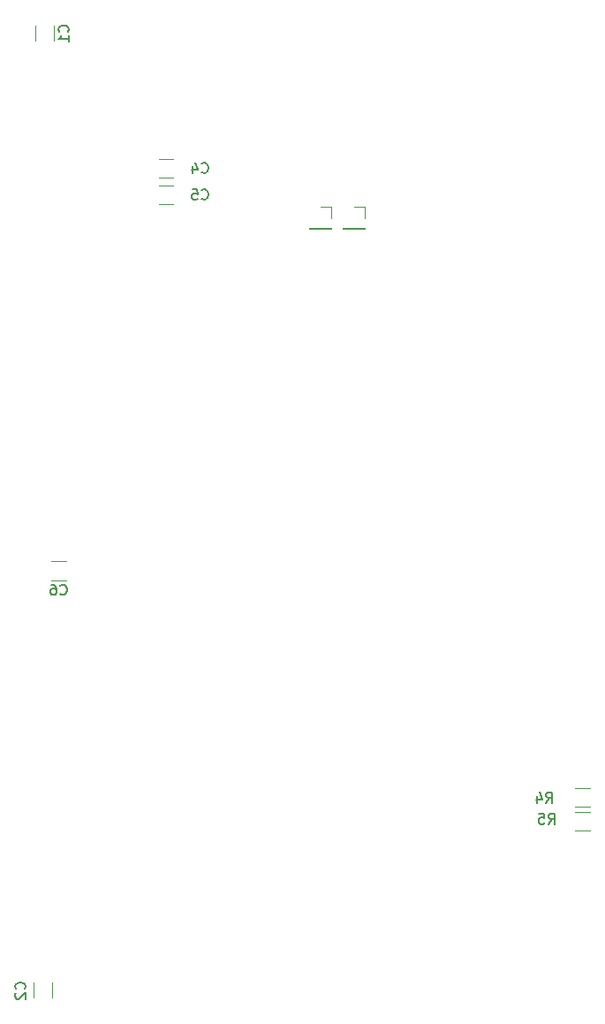
<source format=gbr>
%TF.GenerationSoftware,KiCad,Pcbnew,8.0.5-8.0.5-0~ubuntu22.04.1*%
%TF.CreationDate,2024-10-04T08:27:40+02:00*%
%TF.ProjectId,MOT_SerialBoard,4d4f545f-5365-4726-9961-6c426f617264,rev?*%
%TF.SameCoordinates,Original*%
%TF.FileFunction,Legend,Bot*%
%TF.FilePolarity,Positive*%
%FSLAX46Y46*%
G04 Gerber Fmt 4.6, Leading zero omitted, Abs format (unit mm)*
G04 Created by KiCad (PCBNEW 8.0.5-8.0.5-0~ubuntu22.04.1) date 2024-10-04 08:27:40*
%MOMM*%
%LPD*%
G01*
G04 APERTURE LIST*
%ADD10C,0.150000*%
%ADD11C,0.120000*%
G04 APERTURE END LIST*
D10*
X87076780Y-145684533D02*
X87124400Y-145636914D01*
X87124400Y-145636914D02*
X87172019Y-145494057D01*
X87172019Y-145494057D02*
X87172019Y-145398819D01*
X87172019Y-145398819D02*
X87124400Y-145255962D01*
X87124400Y-145255962D02*
X87029161Y-145160724D01*
X87029161Y-145160724D02*
X86933923Y-145113105D01*
X86933923Y-145113105D02*
X86743447Y-145065486D01*
X86743447Y-145065486D02*
X86600590Y-145065486D01*
X86600590Y-145065486D02*
X86410114Y-145113105D01*
X86410114Y-145113105D02*
X86314876Y-145160724D01*
X86314876Y-145160724D02*
X86219638Y-145255962D01*
X86219638Y-145255962D02*
X86172019Y-145398819D01*
X86172019Y-145398819D02*
X86172019Y-145494057D01*
X86172019Y-145494057D02*
X86219638Y-145636914D01*
X86219638Y-145636914D02*
X86267257Y-145684533D01*
X86267257Y-146065486D02*
X86219638Y-146113105D01*
X86219638Y-146113105D02*
X86172019Y-146208343D01*
X86172019Y-146208343D02*
X86172019Y-146446438D01*
X86172019Y-146446438D02*
X86219638Y-146541676D01*
X86219638Y-146541676D02*
X86267257Y-146589295D01*
X86267257Y-146589295D02*
X86362495Y-146636914D01*
X86362495Y-146636914D02*
X86457733Y-146636914D01*
X86457733Y-146636914D02*
X86600590Y-146589295D01*
X86600590Y-146589295D02*
X87172019Y-146017867D01*
X87172019Y-146017867D02*
X87172019Y-146636914D01*
X137066666Y-127839819D02*
X137399999Y-127363628D01*
X137638094Y-127839819D02*
X137638094Y-126839819D01*
X137638094Y-126839819D02*
X137257142Y-126839819D01*
X137257142Y-126839819D02*
X137161904Y-126887438D01*
X137161904Y-126887438D02*
X137114285Y-126935057D01*
X137114285Y-126935057D02*
X137066666Y-127030295D01*
X137066666Y-127030295D02*
X137066666Y-127173152D01*
X137066666Y-127173152D02*
X137114285Y-127268390D01*
X137114285Y-127268390D02*
X137161904Y-127316009D01*
X137161904Y-127316009D02*
X137257142Y-127363628D01*
X137257142Y-127363628D02*
X137638094Y-127363628D01*
X136209523Y-127173152D02*
X136209523Y-127839819D01*
X136447618Y-126792200D02*
X136685713Y-127506485D01*
X136685713Y-127506485D02*
X136066666Y-127506485D01*
X104052666Y-69955580D02*
X104100285Y-70003200D01*
X104100285Y-70003200D02*
X104243142Y-70050819D01*
X104243142Y-70050819D02*
X104338380Y-70050819D01*
X104338380Y-70050819D02*
X104481237Y-70003200D01*
X104481237Y-70003200D02*
X104576475Y-69907961D01*
X104576475Y-69907961D02*
X104624094Y-69812723D01*
X104624094Y-69812723D02*
X104671713Y-69622247D01*
X104671713Y-69622247D02*
X104671713Y-69479390D01*
X104671713Y-69479390D02*
X104624094Y-69288914D01*
X104624094Y-69288914D02*
X104576475Y-69193676D01*
X104576475Y-69193676D02*
X104481237Y-69098438D01*
X104481237Y-69098438D02*
X104338380Y-69050819D01*
X104338380Y-69050819D02*
X104243142Y-69050819D01*
X104243142Y-69050819D02*
X104100285Y-69098438D01*
X104100285Y-69098438D02*
X104052666Y-69146057D01*
X103147904Y-69050819D02*
X103624094Y-69050819D01*
X103624094Y-69050819D02*
X103671713Y-69527009D01*
X103671713Y-69527009D02*
X103624094Y-69479390D01*
X103624094Y-69479390D02*
X103528856Y-69431771D01*
X103528856Y-69431771D02*
X103290761Y-69431771D01*
X103290761Y-69431771D02*
X103195523Y-69479390D01*
X103195523Y-69479390D02*
X103147904Y-69527009D01*
X103147904Y-69527009D02*
X103100285Y-69622247D01*
X103100285Y-69622247D02*
X103100285Y-69860342D01*
X103100285Y-69860342D02*
X103147904Y-69955580D01*
X103147904Y-69955580D02*
X103195523Y-70003200D01*
X103195523Y-70003200D02*
X103290761Y-70050819D01*
X103290761Y-70050819D02*
X103528856Y-70050819D01*
X103528856Y-70050819D02*
X103624094Y-70003200D01*
X103624094Y-70003200D02*
X103671713Y-69955580D01*
X137291666Y-129879819D02*
X137624999Y-129403628D01*
X137863094Y-129879819D02*
X137863094Y-128879819D01*
X137863094Y-128879819D02*
X137482142Y-128879819D01*
X137482142Y-128879819D02*
X137386904Y-128927438D01*
X137386904Y-128927438D02*
X137339285Y-128975057D01*
X137339285Y-128975057D02*
X137291666Y-129070295D01*
X137291666Y-129070295D02*
X137291666Y-129213152D01*
X137291666Y-129213152D02*
X137339285Y-129308390D01*
X137339285Y-129308390D02*
X137386904Y-129356009D01*
X137386904Y-129356009D02*
X137482142Y-129403628D01*
X137482142Y-129403628D02*
X137863094Y-129403628D01*
X136386904Y-128879819D02*
X136863094Y-128879819D01*
X136863094Y-128879819D02*
X136910713Y-129356009D01*
X136910713Y-129356009D02*
X136863094Y-129308390D01*
X136863094Y-129308390D02*
X136767856Y-129260771D01*
X136767856Y-129260771D02*
X136529761Y-129260771D01*
X136529761Y-129260771D02*
X136434523Y-129308390D01*
X136434523Y-129308390D02*
X136386904Y-129356009D01*
X136386904Y-129356009D02*
X136339285Y-129451247D01*
X136339285Y-129451247D02*
X136339285Y-129689342D01*
X136339285Y-129689342D02*
X136386904Y-129784580D01*
X136386904Y-129784580D02*
X136434523Y-129832200D01*
X136434523Y-129832200D02*
X136529761Y-129879819D01*
X136529761Y-129879819D02*
X136767856Y-129879819D01*
X136767856Y-129879819D02*
X136863094Y-129832200D01*
X136863094Y-129832200D02*
X136910713Y-129784580D01*
X91209580Y-53958333D02*
X91257200Y-53910714D01*
X91257200Y-53910714D02*
X91304819Y-53767857D01*
X91304819Y-53767857D02*
X91304819Y-53672619D01*
X91304819Y-53672619D02*
X91257200Y-53529762D01*
X91257200Y-53529762D02*
X91161961Y-53434524D01*
X91161961Y-53434524D02*
X91066723Y-53386905D01*
X91066723Y-53386905D02*
X90876247Y-53339286D01*
X90876247Y-53339286D02*
X90733390Y-53339286D01*
X90733390Y-53339286D02*
X90542914Y-53386905D01*
X90542914Y-53386905D02*
X90447676Y-53434524D01*
X90447676Y-53434524D02*
X90352438Y-53529762D01*
X90352438Y-53529762D02*
X90304819Y-53672619D01*
X90304819Y-53672619D02*
X90304819Y-53767857D01*
X90304819Y-53767857D02*
X90352438Y-53910714D01*
X90352438Y-53910714D02*
X90400057Y-53958333D01*
X91304819Y-54910714D02*
X91304819Y-54339286D01*
X91304819Y-54625000D02*
X90304819Y-54625000D01*
X90304819Y-54625000D02*
X90447676Y-54529762D01*
X90447676Y-54529762D02*
X90542914Y-54434524D01*
X90542914Y-54434524D02*
X90590533Y-54339286D01*
X90491666Y-107834580D02*
X90539285Y-107882200D01*
X90539285Y-107882200D02*
X90682142Y-107929819D01*
X90682142Y-107929819D02*
X90777380Y-107929819D01*
X90777380Y-107929819D02*
X90920237Y-107882200D01*
X90920237Y-107882200D02*
X91015475Y-107786961D01*
X91015475Y-107786961D02*
X91063094Y-107691723D01*
X91063094Y-107691723D02*
X91110713Y-107501247D01*
X91110713Y-107501247D02*
X91110713Y-107358390D01*
X91110713Y-107358390D02*
X91063094Y-107167914D01*
X91063094Y-107167914D02*
X91015475Y-107072676D01*
X91015475Y-107072676D02*
X90920237Y-106977438D01*
X90920237Y-106977438D02*
X90777380Y-106929819D01*
X90777380Y-106929819D02*
X90682142Y-106929819D01*
X90682142Y-106929819D02*
X90539285Y-106977438D01*
X90539285Y-106977438D02*
X90491666Y-107025057D01*
X89634523Y-106929819D02*
X89824999Y-106929819D01*
X89824999Y-106929819D02*
X89920237Y-106977438D01*
X89920237Y-106977438D02*
X89967856Y-107025057D01*
X89967856Y-107025057D02*
X90063094Y-107167914D01*
X90063094Y-107167914D02*
X90110713Y-107358390D01*
X90110713Y-107358390D02*
X90110713Y-107739342D01*
X90110713Y-107739342D02*
X90063094Y-107834580D01*
X90063094Y-107834580D02*
X90015475Y-107882200D01*
X90015475Y-107882200D02*
X89920237Y-107929819D01*
X89920237Y-107929819D02*
X89729761Y-107929819D01*
X89729761Y-107929819D02*
X89634523Y-107882200D01*
X89634523Y-107882200D02*
X89586904Y-107834580D01*
X89586904Y-107834580D02*
X89539285Y-107739342D01*
X89539285Y-107739342D02*
X89539285Y-107501247D01*
X89539285Y-107501247D02*
X89586904Y-107406009D01*
X89586904Y-107406009D02*
X89634523Y-107358390D01*
X89634523Y-107358390D02*
X89729761Y-107310771D01*
X89729761Y-107310771D02*
X89920237Y-107310771D01*
X89920237Y-107310771D02*
X90015475Y-107358390D01*
X90015475Y-107358390D02*
X90063094Y-107406009D01*
X90063094Y-107406009D02*
X90110713Y-107501247D01*
X104052666Y-67415580D02*
X104100285Y-67463200D01*
X104100285Y-67463200D02*
X104243142Y-67510819D01*
X104243142Y-67510819D02*
X104338380Y-67510819D01*
X104338380Y-67510819D02*
X104481237Y-67463200D01*
X104481237Y-67463200D02*
X104576475Y-67367961D01*
X104576475Y-67367961D02*
X104624094Y-67272723D01*
X104624094Y-67272723D02*
X104671713Y-67082247D01*
X104671713Y-67082247D02*
X104671713Y-66939390D01*
X104671713Y-66939390D02*
X104624094Y-66748914D01*
X104624094Y-66748914D02*
X104576475Y-66653676D01*
X104576475Y-66653676D02*
X104481237Y-66558438D01*
X104481237Y-66558438D02*
X104338380Y-66510819D01*
X104338380Y-66510819D02*
X104243142Y-66510819D01*
X104243142Y-66510819D02*
X104100285Y-66558438D01*
X104100285Y-66558438D02*
X104052666Y-66606057D01*
X103195523Y-66844152D02*
X103195523Y-67510819D01*
X103433618Y-66463200D02*
X103671713Y-67177485D01*
X103671713Y-67177485D02*
X103052666Y-67177485D01*
D11*
%TO.C,C2*%
X87890000Y-146486252D02*
X87890000Y-145063748D01*
X89710000Y-146486252D02*
X89710000Y-145063748D01*
%TO.C,J8*%
X114365000Y-72800000D02*
X116485000Y-72800000D01*
X114365000Y-72860000D02*
X114365000Y-72800000D01*
X114365000Y-72860000D02*
X116485000Y-72860000D01*
X115425000Y-70740000D02*
X116485000Y-70740000D01*
X116485000Y-70740000D02*
X116485000Y-71800000D01*
X116485000Y-72860000D02*
X116485000Y-72800000D01*
%TO.C,R4*%
X141302064Y-126415000D02*
X139847936Y-126415000D01*
X141302064Y-128235000D02*
X139847936Y-128235000D01*
%TO.C,C5*%
X101344252Y-68686000D02*
X99921748Y-68686000D01*
X101344252Y-70506000D02*
X99921748Y-70506000D01*
%TO.C,J9*%
X117565000Y-72800000D02*
X119685000Y-72800000D01*
X117565000Y-72860000D02*
X117565000Y-72800000D01*
X117565000Y-72860000D02*
X119685000Y-72860000D01*
X118625000Y-70740000D02*
X119685000Y-70740000D01*
X119685000Y-70740000D02*
X119685000Y-71800000D01*
X119685000Y-72860000D02*
X119685000Y-72800000D01*
%TO.C,R5*%
X141277064Y-128715000D02*
X139822936Y-128715000D01*
X141277064Y-130535000D02*
X139822936Y-130535000D01*
%TO.C,C1*%
X88090000Y-53413748D02*
X88090000Y-54836252D01*
X89910000Y-53413748D02*
X89910000Y-54836252D01*
%TO.C,C6*%
X91036252Y-104715000D02*
X89613748Y-104715000D01*
X91036252Y-106535000D02*
X89613748Y-106535000D01*
%TO.C,C4*%
X101344252Y-66146000D02*
X99921748Y-66146000D01*
X101344252Y-67966000D02*
X99921748Y-67966000D01*
%TD*%
M02*

</source>
